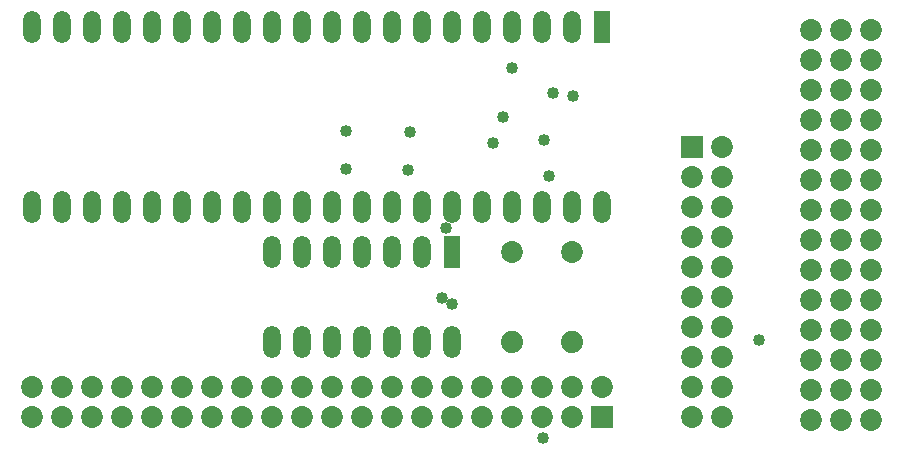
<source format=gbs>
%FSLAX23Y23*%
%MOIN*%
G70*
G01*
G75*
G04 Layer_Color=16711935*
%ADD10C,0.008*%
%ADD11C,0.020*%
%ADD12O,0.050X0.100*%
%ADD13R,0.050X0.100*%
%ADD14C,0.065*%
%ADD15R,0.065X0.065*%
%ADD16R,0.065X0.065*%
%ADD17C,0.066*%
%ADD18C,0.032*%
%ADD19C,0.010*%
%ADD20O,0.058X0.108*%
%ADD21R,0.058X0.108*%
%ADD22C,0.073*%
%ADD23R,0.073X0.073*%
%ADD24R,0.073X0.073*%
%ADD25C,0.074*%
%ADD26C,0.040*%
D20*
X3700Y3800D02*
D03*
X3800D02*
D03*
X3900Y4400D02*
D03*
X3800D02*
D03*
X3700D02*
D03*
X3600D02*
D03*
X3500D02*
D03*
X3400D02*
D03*
X2100D02*
D03*
X4000Y3800D02*
D03*
X3900D02*
D03*
X3600D02*
D03*
X3500D02*
D03*
X3400D02*
D03*
X3300D02*
D03*
X3200D02*
D03*
X3100D02*
D03*
X3000D02*
D03*
X2900D02*
D03*
X2800D02*
D03*
X2700D02*
D03*
X2600D02*
D03*
X2500D02*
D03*
X3300Y4400D02*
D03*
X3200D02*
D03*
X3100D02*
D03*
X3000D02*
D03*
X2900D02*
D03*
X2800D02*
D03*
X2700D02*
D03*
X2600D02*
D03*
X2400Y3800D02*
D03*
X2300D02*
D03*
X2200D02*
D03*
X2100D02*
D03*
X2200Y4400D02*
D03*
X2300D02*
D03*
X2400D02*
D03*
X2500D02*
D03*
X3400Y3650D02*
D03*
X3300D02*
D03*
X3200D02*
D03*
X3100D02*
D03*
X3000D02*
D03*
X2900D02*
D03*
X3500Y3350D02*
D03*
X3400D02*
D03*
X3300D02*
D03*
X3200D02*
D03*
X3100D02*
D03*
X3000D02*
D03*
X2900D02*
D03*
D21*
X4000Y4400D02*
D03*
X3500Y3650D02*
D03*
D22*
X2100Y3100D02*
D03*
X2200D02*
D03*
X2300D02*
D03*
X2400D02*
D03*
X2500D02*
D03*
X2600D02*
D03*
X2700D02*
D03*
X2800D02*
D03*
X2900D02*
D03*
X3000D02*
D03*
X3100D02*
D03*
X3200D02*
D03*
X3300D02*
D03*
X3400D02*
D03*
X3500D02*
D03*
X3600D02*
D03*
X3700D02*
D03*
X3800D02*
D03*
X3900D02*
D03*
X2100Y3200D02*
D03*
X2200D02*
D03*
X2300D02*
D03*
X2400D02*
D03*
X2500D02*
D03*
X2600D02*
D03*
X2700D02*
D03*
X2800D02*
D03*
X2900D02*
D03*
X3000D02*
D03*
X3100D02*
D03*
X3200D02*
D03*
X3300D02*
D03*
X3400D02*
D03*
X3500D02*
D03*
X3600D02*
D03*
X3700D02*
D03*
X3800D02*
D03*
X3900D02*
D03*
X4000D02*
D03*
X4300Y3900D02*
D03*
Y3800D02*
D03*
Y3700D02*
D03*
Y3600D02*
D03*
Y3500D02*
D03*
Y3400D02*
D03*
Y3300D02*
D03*
Y3100D02*
D03*
X4400Y4000D02*
D03*
Y3900D02*
D03*
Y3800D02*
D03*
Y3700D02*
D03*
Y3600D02*
D03*
Y3500D02*
D03*
Y3400D02*
D03*
Y3300D02*
D03*
Y3200D02*
D03*
Y3100D02*
D03*
X3700Y3650D02*
D03*
X3900D02*
D03*
X4695Y3090D02*
D03*
X4795D02*
D03*
X4895D02*
D03*
X4695Y3190D02*
D03*
X4795D02*
D03*
X4895D02*
D03*
X4695Y3290D02*
D03*
X4795D02*
D03*
X4895D02*
D03*
X4695Y3390D02*
D03*
X4795D02*
D03*
X4895D02*
D03*
X4695Y3490D02*
D03*
X4795D02*
D03*
X4895D02*
D03*
X4695Y3590D02*
D03*
X4795D02*
D03*
X4895D02*
D03*
X4695Y3690D02*
D03*
X4795D02*
D03*
X4895D02*
D03*
X4695Y3790D02*
D03*
X4795D02*
D03*
X4895D02*
D03*
X4695Y3890D02*
D03*
X4795D02*
D03*
X4895D02*
D03*
X4695Y3990D02*
D03*
Y4090D02*
D03*
Y4190D02*
D03*
Y4290D02*
D03*
Y4390D02*
D03*
X4795D02*
D03*
Y4290D02*
D03*
Y4190D02*
D03*
Y4090D02*
D03*
Y3990D02*
D03*
X4895D02*
D03*
Y4090D02*
D03*
Y4190D02*
D03*
Y4290D02*
D03*
Y4390D02*
D03*
X4300Y3200D02*
D03*
D23*
X4000Y3100D02*
D03*
D24*
X4300Y4000D02*
D03*
D25*
X3900Y3350D02*
D03*
X3700D02*
D03*
D26*
X3145Y3926D02*
D03*
Y4051D02*
D03*
X3634Y4013D02*
D03*
X3834Y4178D02*
D03*
X3823Y3902D02*
D03*
X3479Y3728D02*
D03*
X3465Y3494D02*
D03*
X3358Y4047D02*
D03*
X3353Y3921D02*
D03*
X3804Y4023D02*
D03*
X3669Y4100D02*
D03*
X3700Y4261D02*
D03*
X3902Y4167D02*
D03*
X3500Y3474D02*
D03*
X3802Y3028D02*
D03*
X4522Y3355D02*
D03*
M02*

</source>
